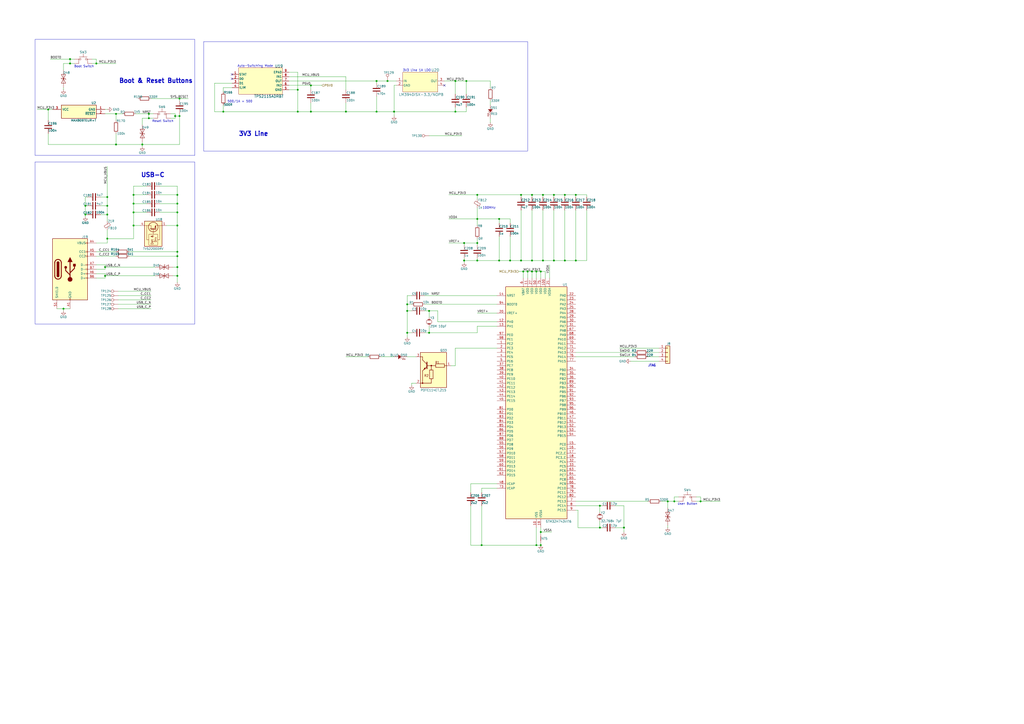
<source format=kicad_sch>
(kicad_sch (version 20250114) (generator "eeschema") (generator_version "9.0")
  (paper "A2")
  (rectangle (start 20.32 93.98) (end 20.32 93.98))
  (rectangle (start 20.32 22.86) (end 113.03 90.17))
  (rectangle (start 20.32 93.98) (end 113.03 187.96))
  (rectangle (start 118.11 24.13) (end 306.07 87.63))
  (text "100MHz" (at 283.718 120.65 0) (effects (font (size 1.27 1.27))))
  (text "Boot & Reset Buttons" (at 90.424 46.99 0) (effects (font (size 2.54 2.54) (thickness 0.508) (bold yes))))
  (text "500/1A = 500" (at 139.192 58.928 0) (effects (font (size 1.27 1.27))))
  (text "Boot Switch" (at 48.768 38.608 0) (effects (font (size 1.27 1.27))))
  (text "USB-C" (at 88.646 101.6 0) (effects (font (size 2.54 2.54) (thickness 0.508) (bold yes))))
  (text "User Button" (at 398.78 292.354 0) (effects (font (size 1.27 1.27))))
  (text "Reset Switch" (at 94.488 70.358 0) (effects (font (size 1.27 1.27))))
  (text "Auto-Switching Mode" (at 148.082 38.354 0) (effects (font (size 1.27 1.27))))
  (text "3V3 Line" (at 147.066 77.724 0) (effects (font (size 2.54 2.54) (thickness 0.508) (bold yes))))
  (text "JTAG" (at 378.206 212.09 0) (effects (font (size 1.27 1.27) (thickness 0.254) (bold yes))))
  (text "3V3 Line 1A LDO" (at 241.808 40.894 0) (effects (font (size 1.27 1.27))))
  (junction (at 86.36 68.58))
  (junction (at 270.51 46.99))
  (junction (at 60.96 160.02))
  (junction (at 302.26 151.13))
  (junction (at 314.96 113.03))
  (junction (at 224.79 46.99))
  (junction (at 313.69 157.48))
  (junction (at 347.98 306.07))
  (junction (at 264.16 64.77))
  (junction (at 321.31 151.13))
  (junction (at 313.69 316.23))
  (junction (at 279.4 316.23))
  (junction (at 361.95 306.07))
  (junction (at 248.92 180.34))
  (junction (at 308.61 157.48))
  (junction (at 276.86 127))
  (junction (at 77.47 130.81))
  (junction (at 102.87 123.19))
  (junction (at 40.64 34.29))
  (junction (at 303.53 157.48))
  (junction (at 306.07 157.48))
  (junction (at 104.14 57.15))
  (junction (at 269.24 140.97))
  (junction (at 228.6 64.77))
  (junction (at 102.87 154.94))
  (junction (at 180.34 49.53))
  (junction (at 200.66 64.77))
  (junction (at 55.88 36.83))
  (junction (at 82.55 83.82))
  (junction (at 334.01 151.13))
  (junction (at 236.22 176.53))
  (junction (at 406.4 290.83))
  (junction (at 236.22 180.34))
  (junction (at 391.16 290.83))
  (junction (at 269.24 151.13))
  (junction (at 314.96 151.13))
  (junction (at 67.31 66.04))
  (junction (at 302.26 113.03))
  (junction (at 172.72 64.77))
  (junction (at 248.92 193.04))
  (junction (at 276.86 113.03))
  (junction (at 313.69 308.61))
  (junction (at 40.64 36.83))
  (junction (at 77.47 123.19))
  (junction (at 264.16 46.99))
  (junction (at 289.56 127))
  (junction (at 49.53 124.46))
  (junction (at 218.44 46.99))
  (junction (at 86.36 66.04))
  (junction (at 62.23 114.3))
  (junction (at 308.61 151.13))
  (junction (at 102.87 130.81))
  (junction (at 334.01 113.03))
  (junction (at 327.66 151.13))
  (junction (at 62.23 138.43))
  (junction (at 276.86 140.97))
  (junction (at 387.35 290.83))
  (junction (at 102.87 146.05))
  (junction (at 218.44 64.77))
  (junction (at 236.22 193.04))
  (junction (at 327.66 113.03))
  (junction (at 101.6 67.31))
  (junction (at 311.15 316.23))
  (junction (at 62.23 119.38))
  (junction (at 102.87 148.59))
  (junction (at 311.15 157.48))
  (junction (at 308.61 113.03))
  (junction (at 347.98 293.37))
  (junction (at 104.14 67.31))
  (junction (at 102.87 160.02))
  (junction (at 180.34 64.77))
  (junction (at 36.83 179.07))
  (junction (at 321.31 113.03))
  (junction (at 295.91 151.13))
  (junction (at 102.87 118.11))
  (junction (at 49.53 119.38))
  (junction (at 62.23 124.46))
  (junction (at 289.56 151.13))
  (junction (at 60.96 154.94))
  (junction (at 67.31 83.82))
  (junction (at 276.86 151.13))
  (junction (at 129.54 64.77))
  (junction (at 77.47 118.11))
  (junction (at 102.87 113.03))
  (junction (at 27.94 63.5))
  (junction (at 172.72 52.07))
  (junction (at 77.47 113.03))
  (no_connect (at 134.62 45.72))
  (no_connect (at 134.62 43.18))
  (no_connect (at 257.81 49.53))
  (wire (pts (xy 74.93 148.59) (xy 102.87 148.59)))
  (wire (pts (xy 403.86 290.83) (xy 406.4 290.83)))
  (wire (pts (xy 391.16 288.29) (xy 393.7 288.29)))
  (wire (pts (xy 218.44 46.99) (xy 224.79 46.99)))
  (wire (pts (xy 276.86 149.86) (xy 276.86 151.13)))
  (wire (pts (xy 308.61 157.48) (xy 308.61 161.29)))
  (wire (pts (xy 260.35 113.03) (xy 276.86 113.03)))
  (wire (pts (xy 167.64 44.45) (xy 200.66 44.45)))
  (wire (pts (xy 228.6 64.77) (xy 228.6 67.31)))
  (wire (pts (xy 167.64 52.07) (xy 172.72 52.07)))
  (wire (pts (xy 102.87 107.95) (xy 102.87 113.03)))
  (wire (pts (xy 101.6 66.04) (xy 101.6 67.31)))
  (wire (pts (xy 314.96 151.13) (xy 321.31 151.13)))
  (wire (pts (xy 267.97 78.74) (xy 248.92 78.74)))
  (wire (pts (xy 87.63 57.15) (xy 104.14 57.15)))
  (wire (pts (xy 74.93 146.05) (xy 102.87 146.05)))
  (wire (pts (xy 62.23 119.38) (xy 62.23 124.46)))
  (wire (pts (xy 62.23 96.52) (xy 62.23 114.3)))
  (wire (pts (xy 302.26 151.13) (xy 308.61 151.13)))
  (wire (pts (xy 102.87 148.59) (xy 102.87 154.94)))
  (wire (pts (xy 55.88 140.97) (xy 62.23 140.97)))
  (wire (pts (xy 36.83 179.07) (xy 40.64 179.07)))
  (wire (pts (xy 236.22 171.45) (xy 238.76 171.45)))
  (wire (pts (xy 334.01 293.37) (xy 347.98 293.37)))
  (wire (pts (xy 361.95 293.37) (xy 361.95 306.07)))
  (wire (pts (xy 361.95 306.07) (xy 361.95 308.61)))
  (wire (pts (xy 295.91 137.16) (xy 295.91 151.13)))
  (wire (pts (xy 60.96 66.04) (xy 67.31 66.04)))
  (wire (pts (xy 104.14 66.04) (xy 104.14 67.31)))
  (wire (pts (xy 403.86 288.29) (xy 406.4 288.29)))
  (wire (pts (xy 129.54 60.96) (xy 129.54 64.77)))
  (wire (pts (xy 36.83 179.07) (xy 36.83 180.34)))
  (wire (pts (xy 101.6 67.31) (xy 101.6 68.58)))
  (wire (pts (xy 302.26 113.03) (xy 308.61 113.03)))
  (wire (pts (xy 100.33 154.94) (xy 102.87 154.94)))
  (wire (pts (xy 311.15 316.23) (xy 313.69 316.23)))
  (wire (pts (xy 55.88 153.67) (xy 60.96 153.67)))
  (wire (pts (xy 228.6 49.53) (xy 229.87 49.53)))
  (wire (pts (xy 21.59 63.5) (xy 27.94 63.5)))
  (wire (pts (xy 276.86 189.23) (xy 288.29 189.23)))
  (wire (pts (xy 172.72 64.77) (xy 180.34 64.77)))
  (wire (pts (xy 36.83 36.83) (xy 36.83 40.64)))
  (wire (pts (xy 92.71 113.03) (xy 102.87 113.03)))
  (wire (pts (xy 36.83 36.83) (xy 40.64 36.83)))
  (wire (pts (xy 49.53 125.73) (xy 49.53 124.46)))
  (wire (pts (xy 260.35 127) (xy 276.86 127)))
  (wire (pts (xy 60.96 153.67) (xy 60.96 154.94)))
  (wire (pts (xy 308.61 113.03) (xy 314.96 113.03)))
  (wire (pts (xy 40.64 34.29) (xy 43.18 34.29)))
  (wire (pts (xy 167.64 49.53) (xy 180.34 49.53)))
  (wire (pts (xy 77.47 118.11) (xy 77.47 123.19)))
  (wire (pts (xy 334.01 151.13) (xy 340.36 151.13)))
  (wire (pts (xy 375.92 204.47) (xy 382.27 204.47)))
  (wire (pts (xy 238.76 180.34) (xy 236.22 180.34)))
  (wire (pts (xy 289.56 127) (xy 289.56 129.54)))
  (wire (pts (xy 102.87 130.81) (xy 102.87 146.05)))
  (wire (pts (xy 124.46 48.26) (xy 124.46 64.77)))
  (wire (pts (xy 124.46 48.26) (xy 134.62 48.26)))
  (wire (pts (xy 313.69 306.07) (xy 313.69 308.61)))
  (wire (pts (xy 335.28 306.07) (xy 347.98 306.07)))
  (wire (pts (xy 347.98 306.07) (xy 349.25 306.07)))
  (wire (pts (xy 68.58 176.53) (xy 87.63 176.53)))
  (wire (pts (xy 104.14 57.15) (xy 109.22 57.15)))
  (wire (pts (xy 356.87 293.37) (xy 361.95 293.37)))
  (wire (pts (xy 58.42 119.38) (xy 62.23 119.38)))
  (wire (pts (xy 318.77 153.67) (xy 318.77 161.29)))
  (wire (pts (xy 248.92 180.34) (xy 248.92 184.15)))
  (wire (pts (xy 302.26 121.92) (xy 302.26 151.13)))
  (wire (pts (xy 102.87 113.03) (xy 102.87 118.11)))
  (wire (pts (xy 246.38 171.45) (xy 288.29 171.45)))
  (wire (pts (xy 82.55 68.58) (xy 86.36 68.58)))
  (wire (pts (xy 321.31 113.03) (xy 327.66 113.03)))
  (wire (pts (xy 68.58 168.91) (xy 87.63 168.91)))
  (wire (pts (xy 218.44 55.88) (xy 218.44 64.77)))
  (wire (pts (xy 29.21 34.29) (xy 40.64 34.29)))
  (wire (pts (xy 387.35 290.83) (xy 391.16 290.83)))
  (wire (pts (xy 200.66 59.69) (xy 200.66 64.77)))
  (wire (pts (xy 62.23 133.35) (xy 62.23 138.43)))
  (wire (pts (xy 308.61 157.48) (xy 311.15 157.48)))
  (wire (pts (xy 365.76 209.55) (xy 382.27 209.55)))
  (wire (pts (xy 68.58 179.07) (xy 87.63 179.07)))
  (wire (pts (xy 238.76 222.25) (xy 241.3 222.25)))
  (wire (pts (xy 359.41 201.93) (xy 382.27 201.93)))
  (wire (pts (xy 302.26 113.03) (xy 302.26 114.3)))
  (wire (pts (xy 33.02 179.07) (xy 36.83 179.07)))
  (wire (pts (xy 269.24 149.86) (xy 269.24 151.13)))
  (wire (pts (xy 62.23 138.43) (xy 62.23 140.97)))
  (wire (pts (xy 276.86 113.03) (xy 276.86 115.57)))
  (wire (pts (xy 316.23 157.48) (xy 316.23 161.29)))
  (wire (pts (xy 60.96 154.94) (xy 60.96 156.21)))
  (wire (pts (xy 102.87 123.19) (xy 102.87 130.81)))
  (wire (pts (xy 218.44 64.77) (xy 228.6 64.77)))
  (wire (pts (xy 387.35 290.83) (xy 387.35 294.64)))
  (wire (pts (xy 96.52 130.81) (xy 102.87 130.81)))
  (wire (pts (xy 311.15 306.07) (xy 311.15 316.23)))
  (wire (pts (xy 300.99 157.48) (xy 303.53 157.48)))
  (wire (pts (xy 327.66 113.03) (xy 327.66 114.3)))
  (wire (pts (xy 102.87 160.02) (xy 102.87 163.83)))
  (wire (pts (xy 284.48 46.99) (xy 284.48 50.8)))
  (wire (pts (xy 82.55 82.55) (xy 82.55 83.82)))
  (wire (pts (xy 334.01 207.01) (xy 368.3 207.01)))
  (wire (pts (xy 60.96 63.5) (xy 62.23 63.5)))
  (wire (pts (xy 86.36 68.58) (xy 88.9 68.58)))
  (wire (pts (xy 58.42 114.3) (xy 62.23 114.3)))
  (wire (pts (xy 289.56 127) (xy 295.91 127)))
  (wire (pts (xy 60.96 158.75) (xy 60.96 160.02)))
  (wire (pts (xy 284.48 68.58) (xy 284.48 71.12)))
  (wire (pts (xy 314.96 113.03) (xy 314.96 114.3)))
  (wire (pts (xy 180.34 49.53) (xy 180.34 52.07)))
  (wire (pts (xy 67.31 66.04) (xy 71.12 66.04)))
  (wire (pts (xy 99.06 68.58) (xy 101.6 68.58)))
  (wire (pts (xy 236.22 180.34) (xy 236.22 193.04)))
  (wire (pts (xy 40.64 34.29) (xy 40.64 36.83)))
  (wire (pts (xy 340.36 121.92) (xy 340.36 151.13)))
  (wire (pts (xy 327.66 151.13) (xy 334.01 151.13)))
  (wire (pts (xy 236.22 176.53) (xy 238.76 176.53)))
  (wire (pts (xy 276.86 127) (xy 276.86 130.81)))
  (wire (pts (xy 356.87 306.07) (xy 361.95 306.07)))
  (wire (pts (xy 284.48 58.42) (xy 284.48 60.96)))
  (wire (pts (xy 308.61 121.92) (xy 308.61 151.13)))
  (wire (pts (xy 104.14 57.15) (xy 104.14 58.42)))
  (wire (pts (xy 58.42 124.46) (xy 62.23 124.46)))
  (wire (pts (xy 172.72 52.07) (xy 172.72 64.77)))
  (wire (pts (xy 295.91 151.13) (xy 302.26 151.13)))
  (wire (pts (xy 246.38 176.53) (xy 288.29 176.53)))
  (wire (pts (xy 228.6 64.77) (xy 264.16 64.77)))
  (wire (pts (xy 248.92 193.04) (xy 246.38 193.04)))
  (wire (pts (xy 40.64 36.83) (xy 43.18 36.83)))
  (wire (pts (xy 62.23 124.46) (xy 62.23 128.27)))
  (wire (pts (xy 391.16 290.83) (xy 393.7 290.83)))
  (wire (pts (xy 321.31 121.92) (xy 321.31 151.13)))
  (wire (pts (xy 102.87 118.11) (xy 102.87 123.19)))
  (wire (pts (xy 129.54 50.8) (xy 129.54 53.34)))
  (wire (pts (xy 254 180.34) (xy 254 186.69)))
  (wire (pts (xy 101.6 67.31) (xy 104.14 67.31)))
  (wire (pts (xy 55.88 161.29) (xy 60.96 161.29)))
  (wire (pts (xy 53.34 34.29) (xy 55.88 34.29)))
  (wire (pts (xy 334.01 204.47) (xy 368.3 204.47)))
  (wire (pts (xy 180.34 49.53) (xy 186.69 49.53)))
  (wire (pts (xy 314.96 113.03) (xy 321.31 113.03)))
  (wire (pts (xy 236.22 207.01) (xy 241.3 207.01)))
  (wire (pts (xy 264.16 62.23) (xy 264.16 64.77)))
  (wire (pts (xy 276.86 113.03) (xy 302.26 113.03)))
  (wire (pts (xy 248.92 189.23) (xy 248.92 193.04)))
  (wire (pts (xy 60.96 160.02) (xy 90.17 160.02)))
  (wire (pts (xy 276.86 151.13) (xy 289.56 151.13)))
  (wire (pts (xy 254 186.69) (xy 288.29 186.69)))
  (wire (pts (xy 92.71 123.19) (xy 102.87 123.19)))
  (wire (pts (xy 67.31 66.04) (xy 67.31 69.85)))
  (wire (pts (xy 27.94 77.47) (xy 27.94 83.82)))
  (wire (pts (xy 276.86 120.65) (xy 276.86 127)))
  (wire (pts (xy 406.4 288.29) (xy 406.4 290.83)))
  (wire (pts (xy 49.53 124.46) (xy 50.8 124.46)))
  (wire (pts (xy 224.79 46.99) (xy 229.87 46.99)))
  (wire (pts (xy 257.81 46.99) (xy 264.16 46.99)))
  (wire (pts (xy 303.53 157.48) (xy 306.07 157.48)))
  (wire (pts (xy 269.24 151.13) (xy 276.86 151.13)))
  (wire (pts (xy 321.31 113.03) (xy 321.31 114.3)))
  (wire (pts (xy 77.47 118.11) (xy 85.09 118.11)))
  (wire (pts (xy 55.88 158.75) (xy 60.96 158.75)))
  (wire (pts (xy 27.94 83.82) (xy 67.31 83.82)))
  (wire (pts (xy 77.47 113.03) (xy 85.09 113.03)))
  (wire (pts (xy 276.86 193.04) (xy 276.86 189.23)))
  (wire (pts (xy 55.88 34.29) (xy 55.88 36.83)))
  (wire (pts (xy 77.47 113.03) (xy 77.47 118.11)))
  (wire (pts (xy 264.16 64.77) (xy 270.51 64.77)))
  (wire (pts (xy 124.46 64.77) (xy 129.54 64.77)))
  (wire (pts (xy 375.92 207.01) (xy 382.27 207.01)))
  (wire (pts (xy 77.47 130.81) (xy 81.28 130.81)))
  (wire (pts (xy 68.58 171.45) (xy 87.63 171.45)))
  (wire (pts (xy 102.87 146.05) (xy 102.87 148.59)))
  (wire (pts (xy 218.44 46.99) (xy 218.44 48.26)))
  (wire (pts (xy 102.87 154.94) (xy 102.87 160.02)))
  (wire (pts (xy 60.96 160.02) (xy 60.96 161.29)))
  (wire (pts (xy 68.58 173.99) (xy 87.63 173.99)))
  (wire (pts (xy 78.74 66.04) (xy 86.36 66.04)))
  (wire (pts (xy 55.88 36.83) (xy 67.31 36.83)))
  (wire (pts (xy 86.36 66.04) (xy 88.9 66.04)))
  (wire (pts (xy 62.23 138.43) (xy 77.47 138.43)))
  (wire (pts (xy 306.07 157.48) (xy 306.07 161.29)))
  (wire (pts (xy 270.51 62.23) (xy 270.51 64.77)))
  (wire (pts (xy 248.92 193.04) (xy 276.86 193.04)))
  (wire (pts (xy 53.34 36.83) (xy 55.88 36.83)))
  (wire (pts (xy 264.16 46.99) (xy 270.51 46.99)))
  (wire (pts (xy 276.86 138.43) (xy 276.86 140.97)))
  (wire (pts (xy 200.66 64.77) (xy 218.44 64.77)))
  (wire (pts (xy 313.69 157.48) (xy 316.23 157.48)))
  (wire (pts (xy 347.98 293.37) (xy 349.25 293.37)))
  (wire (pts (xy 276.86 181.61) (xy 288.29 181.61)))
  (wire (pts (xy 334.01 121.92) (xy 334.01 151.13)))
  (wire (pts (xy 55.88 156.21) (xy 60.96 156.21)))
  (wire (pts (xy 261.62 212.09) (xy 264.16 212.09)))
  (wire (pts (xy 260.35 140.97) (xy 269.24 140.97)))
  (wire (pts (xy 36.83 50.8) (xy 36.83 52.07)))
  (wire (pts (xy 200.66 207.01) (xy 213.36 207.01)))
  (wire (pts (xy 49.53 119.38) (xy 49.53 124.46)))
  (wire (pts (xy 264.16 201.93) (xy 264.16 212.09)))
  (wire (pts (xy 273.05 280.67) (xy 288.29 280.67)))
  (wire (pts (xy 67.31 83.82) (xy 82.55 83.82)))
  (wire (pts (xy 383.54 290.83) (xy 387.35 290.83)))
  (wire (pts (xy 273.05 280.67) (xy 273.05 285.75)))
  (wire (pts (xy 327.66 121.92) (xy 327.66 151.13)))
  (wire (pts (xy 270.51 46.99) (xy 284.48 46.99)))
  (wire (pts (xy 236.22 171.45) (xy 236.22 176.53)))
  (wire (pts (xy 295.91 127) (xy 295.91 129.54)))
  (wire (pts (xy 60.96 154.94) (xy 90.17 154.94)))
  (wire (pts (xy 279.4 283.21) (xy 288.29 283.21)))
  (wire (pts (xy 273.05 316.23) (xy 279.4 316.23)))
  (wire (pts (xy 104.14 67.31) (xy 104.14 83.82)))
  (wire (pts (xy 85.09 107.95) (xy 77.47 107.95)))
  (wire (pts (xy 129.54 64.77) (xy 172.72 64.77)))
  (wire (pts (xy 289.56 137.16) (xy 289.56 151.13)))
  (wire (pts (xy 100.33 160.02) (xy 102.87 160.02)))
  (wire (pts (xy 269.24 151.13) (xy 269.24 152.4)))
  (wire (pts (xy 86.36 66.04) (xy 86.36 68.58)))
  (wire (pts (xy 49.53 119.38) (xy 50.8 119.38)))
  (wire (pts (xy 167.64 46.99) (xy 218.44 46.99)))
  (wire (pts (xy 49.53 114.3) (xy 50.8 114.3)))
  (wire (pts (xy 77.47 123.19) (xy 85.09 123.19)))
  (wire (pts (xy 49.53 114.3) (xy 49.53 119.38)))
  (wire (pts (xy 264.16 46.99) (xy 264.16 54.61)))
  (wire (pts (xy 27.94 63.5) (xy 27.94 69.85)))
  (wire (pts (xy 347.98 293.37) (xy 347.98 297.18)))
  (wire (pts (xy 200.66 44.45) (xy 200.66 52.07)))
  (wire (pts (xy 311.15 157.48) (xy 311.15 161.29)))
  (wire (pts (xy 391.16 288.29) (xy 391.16 290.83)))
  (wire (pts (xy 27.94 63.5) (xy 30.48 63.5)))
  (wire (pts (xy 270.51 46.99) (xy 270.51 54.61)))
  (wire (pts (xy 220.98 207.01) (xy 228.6 207.01)))
  (wire (pts (xy 320.04 308.61) (xy 313.69 308.61)))
  (wire (pts (xy 167.64 41.91) (xy 172.72 41.91)))
  (wire (pts (xy 77.47 123.19) (xy 77.47 130.81)))
  (wire (pts (xy 180.34 59.69) (xy 180.34 64.77)))
  (wire (pts (xy 82.55 85.09) (xy 82.55 83.82)))
  (wire (pts (xy 311.15 157.48) (xy 313.69 157.48)))
  (wire (pts (xy 340.36 113.03) (xy 340.36 114.3)))
  (wire (pts (xy 238.76 222.25) (xy 238.76 223.52)))
  (wire (pts (xy 303.53 157.48) (xy 303.53 161.29)))
  (wire (pts (xy 269.24 140.97) (xy 269.24 142.24)))
  (wire (pts (xy 276.86 127) (xy 289.56 127)))
  (wire (pts (xy 406.4 290.83) (xy 417.83 290.83)))
  (wire (pts (xy 269.24 140.97) (xy 276.86 140.97)))
  (wire (pts (xy 321.31 151.13) (xy 327.66 151.13)))
  (wire (pts (xy 129.54 50.8) (xy 134.62 50.8)))
  (wire (pts (xy 55.88 146.05) (xy 67.31 146.05)))
  (wire (pts (xy 308.61 113.03) (xy 308.61 114.3)))
  (wire (pts (xy 82.55 83.82) (xy 104.14 83.82)))
  (wire (pts (xy 308.61 151.13) (xy 314.96 151.13)))
  (wire (pts (xy 314.96 121.92) (xy 314.96 151.13)))
  (wire (pts (xy 82.55 68.58) (xy 82.55 72.39)))
  (wire (pts (xy 92.71 107.95) (xy 102.87 107.95)))
  (wire (pts (xy 327.66 113.03) (xy 334.01 113.03)))
  (wire (pts (xy 238.76 193.04) (xy 236.22 193.04)))
  (wire (pts (xy 77.47 130.81) (xy 77.47 138.43)))
  (wire (pts (xy 335.28 295.91) (xy 335.28 306.07)))
  (wire (pts (xy 334.01 295.91) (xy 335.28 295.91)))
  (wire (pts (xy 273.05 293.37) (xy 273.05 316.23)))
  (wire (pts (xy 172.72 41.91) (xy 172.72 52.07)))
  (wire (pts (xy 313.69 314.96) (xy 313.69 316.23)))
  (wire (pts (xy 387.35 304.8) (xy 387.35 306.07)))
  (wire (pts (xy 67.31 77.47) (xy 67.31 83.82)))
  (wire (pts (xy 92.71 118.11) (xy 102.87 118.11)))
  (wire (pts (xy 99.06 66.04) (xy 101.6 66.04)))
  (wire (pts (xy 313.69 308.61) (xy 313.69 309.88)))
  (wire (pts (xy 248.92 180.34) (xy 246.38 180.34)))
  (wire (pts (xy 236.22 193.04) (xy 236.22 195.58)))
  (wire (pts (xy 334.01 290.83) (xy 375.92 290.83)))
  (wire (pts (xy 276.86 140.97) (xy 276.86 142.24)))
  (wire (pts (xy 306.07 157.48) (xy 308.61 157.48)))
  (wire (pts (xy 55.88 148.59) (xy 67.31 148.59)))
  (wire (pts (xy 264.16 201.93) (xy 288.29 201.93)))
  (wire (pts (xy 289.56 151.13) (xy 295.91 151.13)))
  (wire (pts (xy 313.69 157.48) (xy 313.69 161.29)))
  (wire (pts (xy 77.47 107.95) (xy 77.47 113.03)))
  (wire (pts (xy 228.6 49.53) (xy 228.6 64.77)))
  (wire (pts (xy 180.34 64.77) (xy 200.66 64.77)))
  (wire (pts (xy 279.4 316.23) (xy 311.15 316.23)))
  (wire (pts (xy 62.23 114.3) (xy 62.23 119.38)))
  (wire (pts (xy 334.01 113.03) (xy 340.36 113.03)))
  (wire (pts (xy 279.4 293.37) (xy 279.4 316.23)))
  (wire (pts (xy 279.4 283.21) (xy 279.4 285.75)))
  (wire (pts (xy 248.92 180.34) (xy 254 180.34)))
  (wire (pts (xy 236.22 176.53) (xy 236.22 180.34)))
  (wire (pts (xy 347.98 302.26) (xy 347.98 306.07)))
  (wire (pts (xy 334.01 113.03) (xy 334.01 114.3)))
  (label "SYS_RESET" (at 109.22 57.15 180))
  (label "MCU_P3V3" (at 359.41 201.93 0))
  (label "SWDIO" (at 359.41 204.47 0))
  (label "MCU_P3V3" (at 260.35 113.03 0))
  (label "MCU_VBUS" (at 175.26 44.45 0))
  (label "MCU_P3V3" (at 417.83 290.83 180))
  (label "USB_C_N" (at 87.63 176.53 180) (effects (font (thickness 0.1588))))
  (label "MCU_VBUS" (at 87.63 168.91 180))
  (label "USB_C_N" (at 69.85 154.94 180) (effects (font (thickness 0.1588))))
  (label "BOOT0" (at 29.21 34.29 0))
  (label "BOOT0" (at 250.19 176.53 0))
  (label "P5V0" (at 175.26 49.53 0))
  (label "MCU_P3V3" (at 67.31 36.83 180))
  (label "MCU_VBUS" (at 62.23 96.52 270))
  (label "VREF+" (at 276.86 181.61 0))
  (label "NRST" (at 250.19 171.45 0))
  (label "C_CC1" (at 87.63 171.45 180))
  (label "MCU_P3V3" (at 259.08 46.99 0))
  (label "USB_C_P" (at 87.63 179.07 180) (effects (font (thickness 0.1588))))
  (label "C_CC2" (at 87.63 173.99 180))
  (label "VREF+" (at 260.35 140.97 0))
  (label "C_CC1" (at 63.5 146.05 180))
  (label "MCU_P3V3" (at 21.59 63.5 0))
  (label "MCU_P3V3" (at 267.97 78.74 180))
  (label "VDDA" (at 260.35 127 0))
  (label "VDDA" (at 318.77 153.67 270))
  (label "SWCLK" (at 359.41 207.01 0))
  (label "MCU_P3V3" (at 200.66 207.01 0))
  (label "NRST" (at 82.55 66.04 0))
  (label "VSSA" (at 320.04 308.61 180))
  (label "MCU_P3V3" (at 303.53 157.48 0))
  (label "C_CC2" (at 63.5 148.59 180))
  (label "USB_C_P" (at 69.85 160.02 180) (effects (font (thickness 0.1588))))
  (hierarchical_label "MCU_P3V3" (shape input) (at 300.99 157.48 180))
  (hierarchical_label "P5V0" (shape input) (at 186.69 49.53 0))
  (symbol (lib_id "Connector:TestPoint") (at 68.58 171.45 90) (unit 1)
    (property "Reference" "TP125" (at 64.516 171.45 90) (effects (justify left)))
    (property "Value" "TestPoint" (effects (hide yes)))
    (property "Description" "test point" (effects (hide yes)))
  )
  (symbol (lib_id "LM3940ISX-3-3-NOPB:LM3940ISX-3.3_NOPB") (at 229.87 46.99 0) (unit 1)
    (property "Reference" "U20" (at 252.476 40.64 0) (effects (font (size 1.524 1.524))))
    (property "Value" "LM3940ISX-3.3/NOPB" (at 244.348 54.864 0) (effects (font (size 1.524 1.524))))
    (property "Datasheet" "https://www.ti.com/lit/gpn/lm3940" (effects (hide yes)))
  )
  (symbol (lib_id "Device:C") (at 270.51 58.42 0) (unit 1)
    (property "Reference" "C191" (at 270.764 56.388 0) (effects (justify left)))
    (property "Value" "100n" (at 270.764 60.706 0) (effects (justify left)))
    (property "Footprint" "Capacitor_SMD:C_1206_3216Metric_Pad1.33x1.80mm_HandSolder" (effects (hide yes)))
    (property "Description" "Unpolarized capacitor" (effects (hide yes)))
    (property "Link" "https://mou.sr/4n9ybmQ" (effects (hide yes)))
    (property "Manufacturer Part Number" "CL31B104KBCNNNC" (effects (hide yes)))
    (property "Price per Unit" "0.11" (effects (hide yes)))
    (property "Supplier" "Mouser" (effects (hide yes)))
    (property "Supplier Part Number" "187-CL31B104KBCNNNC" (effects (hide yes)))
  )
  (symbol (lib_id "Device:C") (at 88.9 107.95 90) (unit 1)
    (property "Reference" "C183" (at 87.63 106.934 90) (effects (justify left)))
    (property "Value" "10n" (at 93.98 106.68 90) (effects (justify left)))
    (property "Footprint" "Capacitor_SMD:C_1206_3216Metric_Pad1.33x1.80mm_HandSolder" (effects (hide yes)))
    (property "Description" "Unpolarized capacitor" (effects (hide yes)))
    (property "Link" "https://mou.sr/3OC0xXF" (effects (hide yes)))
    (property "Manufacturer Part Number" "CL31B103KHFNFNE" (effects (hide yes)))
    (property "Price per Unit" "0.13" (effects (hide yes)))
    (property "Supplier" "Mouser" (effects (hide yes)))
    (property "Supplier Part Number" "187-CL31B103KHFNFNE" (effects (hide yes)))
  )
  (symbol (lib_id "Device:R") (at 129.54 57.15 0) (unit 1)
    (property "Reference" "R166" (at 132.334 53.594 0))
    (property "Value" "500R" (at 132.334 60.706 0))
    (property "Description" "Resistor" (effects (hide yes)))
  )
  (symbol (lib_id "Device:C") (at 273.05 289.56 0) (unit 1)
    (property "Reference" "C206" (at 273.05 287.528 0) (effects (justify left)))
    (property "Value" "2u2" (at 273.05 291.592 0) (effects (justify left)))
    (property "Description" "Unpolarized capacitor" (effects (hide yes)))
  )
  (symbol (lib_id "82306050029:82306050029") (at 76.2 153.67 0) (unit 1)
    (property "Reference" "D45" (at 90.678 153.924 0))
    (property "Value" "82306050029" (effects (hide yes)))
    (property "Footprint" "82306050029:WESURGE_0603134" (effects (hide yes)))
    (property "Datasheet" "https://www.we-online.de/katalog/datasheet/82306050029.pdf" (effects (hide yes)))
    (property "Description" "Wurth Elektronik 82306050029 TVS Diode, 2-Pin SMD" (effects (hide yes)))
    (property "Mouser Part Number" "710-82306050029" (effects (hide yes)))
    (property "Mouser Price/Stock" "https://www.mouser.co.uk/ProductDetail/Wurth-Elektronik/82306050029?qs=Wn16VcyqZWo3XMhX%252BMv49Q%3D%3D" (effects (hide yes)))
    (property "Manufacturer_Name" "Wurth Elektronik" (effects (hide yes)))
    (property "Manufacturer_Part_Number" "82306050029" (effects (hide yes)))
    (property "Link" "https://mou.sr/4nmVvNY" (effects (hide yes)))
    (property "Manufacturer Part Number" "82306050029" (effects (hide yes)))
    (property "Price per Unit" "0.73" (effects (hide yes)))
    (property "Supplier" "Mouser" (effects (hide yes)))
    (property "Supplier Part Number" "710-82306050029" (effects (hide yes)))
  )
  (symbol (lib_id "Connector_Generic:Conn_01x04") (at 387.35 204.47 0) (unit 1)
    (property "Reference" "J8" (at 386.588 199.39 0) (effects (justify left)))
    (property "Value" "Conn_01x04" (effects (hide yes)))
    (property "Description" "Generic connector, single row, 01x04, script generated (kicad-library-utils/schlib/autogen/connector/)" (effects (hide yes)))
  )
  (symbol (lib_id "power:GND") (at 236.22 195.58 0) (mirror y) (unit 1)
    (property "Reference" "#PWR05" (effects (hide yes)))
    (property "Value" "GND" (at 234.188 199.136 0) (effects (justify right)))
    (property "Description" "Power symbol creates a global label with name \"GND\" , ground" (effects (hide yes)))
  )
  (symbol (lib_id "power:GND") (at 387.35 306.07 0) (mirror y) (unit 1)
    (property "Reference" "#PWR089" (effects (hide yes)))
    (property "Value" "GND" (at 385.318 309.626 0) (effects (justify right)))
    (property "Description" "Power symbol creates a global label with name \"GND\" , ground" (effects (hide yes)))
  )
  (symbol (lib_id "Device:C") (at 27.94 73.66 0) (unit 1)
    (property "Reference" "C196" (at 27.94 71.628 0) (effects (justify left)))
    (property "Value" "100n" (at 27.94 75.692 0) (effects (justify left)))
    (property "Description" "Unpolarized capacitor" (effects (hide yes)))
  )
  (symbol (lib_id "82306050029:82306050029") (at 83.82 58.42 270) (unit 1)
    (property "Reference" "D49" (at 84.328 73.914 90))
    (property "Value" "82306050029" (effects (hide yes)))
    (property "Footprint" "82306050029:WESURGE_0603134" (effects (hide yes)))
    (property "Datasheet" "https://www.we-online.de/katalog/datasheet/82306050029.pdf" (effects (hide yes)))
    (property "Description" "Wurth Elektronik 82306050029 TVS Diode, 2-Pin SMD" (effects (hide yes)))
    (property "Mouser Part Number" "710-82306050029" (effects (hide yes)))
    (property "Mouser Price/Stock" "https://www.mouser.co.uk/ProductDetail/Wurth-Elektronik/82306050029?qs=Wn16VcyqZWo3XMhX%252BMv49Q%3D%3D" (effects (hide yes)))
    (property "Manufacturer_Name" "Wurth Elektronik" (effects (hide yes)))
    (property "Manufacturer_Part_Number" "82306050029" (effects (hide yes)))
    (property "Link" "https://mou.sr/4nmVvNY" (effects (hide yes)))
    (property "Manufacturer Part Number" "82306050029" (effects (hide yes)))
    (property "Price per Unit" "0.73" (effects (hide yes)))
    (property "Supplier" "Mouser" (effects (hide yes)))
    (property "Supplier Part Number" "710-82306050029" (effects (hide yes)))
  )
  (symbol (lib_id "Device:C") (at 264.16 58.42 0) (unit 1)
    (property "Reference" "C190" (at 264.414 56.388 0) (effects (justify left)))
    (property "Value" "4u7" (at 264.414 60.706 0) (effects (justify left)))
    (property "Footprint" "Capacitor_SMD:C_1206_3216Metric_Pad1.33x1.80mm_HandSolder" (effects (hide yes)))
    (property "Description" "Unpolarized capacitor" (effects (hide yes)))
    (property "Link" "https://mou.sr/45jYGQI" (effects (hide yes)))
    (property "Manufacturer Part Number" "CL31B475KBHNFNE" (effects (hide yes)))
    (property "Price per Unit" "0.27" (effects (hide yes)))
    (property "Supplier" "Mouser" (effects (hide yes)))
    (property "Supplier Part Number" "187-CL31B475KBHNFNE" (effects (hide yes)))
  )
  (symbol (lib_id "Connector:TestPoint") (at 248.92 78.74 90) (mirror x) (unit 1)
    (property "Reference" "TP130" (at 244.856 78.74 90) (effects (justify left)))
    (property "Value" "TestPoint" (effects (hide yes)))
    (property "Description" "test point" (effects (hide yes)))
  )
  (symbol (lib_id "Switch:SW_MEC_5E") (at 93.98 68.58 0) (unit 1)
    (property "Reference" "SW6" (at 93.98 61.976 0))
    (property "Value" "SW_MEC_5E" (effects (hide yes)))
    (property "Footprint" "T6VJ11GQR:T6VJ11GQR" (effects (hide yes)))
    (property "Datasheet" "http://www.apem.com/int/index.php?controller=attachment&id_attachment=1371" (effects (hide yes)))
    (property "Description" "MEC 5E single pole normally-open tactile switch" (effects (hide yes)))
    (property "Link" "https://mou.sr/4mb8j9s" (effects (hide yes)))
    (property "Manufacturer Part Number" "T6VJ11GQR" (effects (hide yes)))
    (property "Price per Unit" "0.69" (effects (hide yes)))
    (property "Supplier" "Mouser" (effects (hide yes)))
    (property "Supplier Part Number" "113-T6VJ11GQR" (effects (hide yes)))
  )
  (symbol (lib_id "PDTC114ET,215:PDTC114ET,215") (at 261.62 212.09 0) (mirror y) (unit 1)
    (property "Reference" "Q33" (at 257.302 203.2 0))
    (property "Value" "PDTC114ET,215" (at 251.46 226.314 0))
    (property "Footprint" "PDTC114ET,215:SOT95P230X110-3N" (effects (hide yes)))
    (property "Datasheet" "https://assets.nexperia.com/documents/data-sheet/PDTC114E_SER.pdf" (effects (hide yes)))
    (property "Description" "PDTC114E series - NPN resistor-equipped transistors; R1 = 10 kOhm, R2 = 10 kOhm" (effects (hide yes)))
    (property "Height" "1.1" (effects (hide yes)))
    (property "Mouser Part Number" "771-PDTC114ETT/R" (effects (hide yes)))
    (property "Mouser Price/Stock" "https://www.mouser.co.uk/ProductDetail/Nexperia/PDTC114ET215?qs=LOCUfHb8d9sz3EyBaiPkbg%3D%3D" (effects (hide yes)))
    (property "Manufacturer_Name" "Nexperia" (effects (hide yes)))
    (property "Manufacturer_Part_Number" "PDTC114ET,215" (effects (hide yes)))
  )
  (symbol (lib_id "Device:Crystal_Small") (at 248.92 186.69 90) (unit 1)
    (property "Reference" "Y3" (at 249.428 184.404 90) (effects (justify right)))
    (property "Value" "25M 10pF" (at 249.428 189.23 90) (effects (justify right)))
    (property "Description" "Two pin crystal, small symbol" (effects (hide yes)))
  )
  (symbol (lib_id "Device:FerriteBead_Small") (at 62.23 130.81 0) (mirror x) (unit 1)
    (property "Reference" "FB10" (at 62.738 132.334 0) (effects (justify left)))
    (property "Value" "21R" (at 62.484 128.27 0) (effects (justify left)))
    (property "Description" "Ferrite bead, small symbol" (effects (hide yes)))
  )
  (symbol (lib_id "Device:C") (at 88.9 123.19 90) (unit 1)
    (property "Reference" "C186" (at 87.63 122.174 90) (effects (justify left)))
    (property "Value" "10n" (at 93.98 121.92 90) (effects (justify left)))
    (property "Footprint" "Capacitor_SMD:C_1206_3216Metric_Pad1.33x1.80mm_HandSolder" (effects (hide yes)))
    (property "Description" "Unpolarized capacitor" (effects (hide yes)))
    (property "Link" "https://mou.sr/3OC0xXF" (effects (hide yes)))
    (property "Manufacturer Part Number" "CL31B103KHFNFNE" (effects (hide yes)))
    (property "Price per Unit" "0.13" (effects (hide yes)))
    (property "Supplier" "Mouser" (effects (hide yes)))
    (property "Supplier Part Number" "187-CL31B103KHFNFNE" (effects (hide yes)))
  )
  (symbol (lib_id "Connector:TestPoint") (at 68.58 179.07 90) (unit 1)
    (property "Reference" "TP128" (at 64.516 179.07 90) (effects (justify left)))
    (property "Value" "TestPoint" (effects (hide yes)))
    (property "Description" "test point" (effects (hide yes)))
  )
  (symbol (lib_id "Device:R") (at 83.82 57.15 90) (unit 1)
    (property "Reference" "R159" (at 80.01 56.134 90))
    (property "Value" "330R" (at 88.9 56.134 90))
    (property "Description" "Resistor" (effects (hide yes)))
  )
  (symbol (lib_id "power:GND") (at 36.83 180.34 0) (unit 1)
    (property "Reference" "#PWR077" (effects (hide yes)))
    (property "Value" "GND" (at 38.862 183.896 0) (effects (justify right)))
    (property "Description" "Power symbol creates a global label with name \"GND\" , ground" (effects (hide yes)))
  )
  (symbol (lib_id "Device:C") (at 180.34 55.88 0) (unit 1)
    (property "Reference" "C187" (at 180.594 53.848 0) (effects (justify left)))
    (property "Value" "100n" (at 180.594 58.166 0) (effects (justify left)))
    (property "Footprint" "Capacitor_SMD:C_1206_3216Metric_Pad1.33x1.80mm_HandSolder" (effects (hide yes)))
    (property "Description" "Unpolarized capacitor" (effects (hide yes)))
    (property "Link" "https://mou.sr/4n9ybmQ" (effects (hide yes)))
    (property "Manufacturer Part Number" "CL31B104KBCNNNC" (effects (hide yes)))
    (property "Price per Unit" "0.11" (effects (hide yes)))
    (property "Supplier" "Mouser" (effects (hide yes)))
    (property "Supplier Part Number" "187-CL31B104KBCNNNC" (effects (hide yes)))
  )
  (symbol (lib_id "Device:C") (at 321.31 118.11 0) (unit 1)
    (property "Reference" "C215" (at 321.31 116.078 0) (effects (justify left)))
    (property "Value" "100n" (at 321.31 120.142 0) (effects (justify left)))
    (property "Description" "Unpolarized capacitor" (effects (hide yes)))
  )
  (symbol (lib_id "Device:C") (at 54.61 114.3 90) (unit 1)
    (property "Reference" "C180" (at 53.34 113.284 90) (effects (justify left)))
    (property "Value" "4u7" (at 59.69 113.03 90) (effects (justify left)))
    (property "Footprint" "Capacitor_SMD:C_1206_3216Metric_Pad1.33x1.80mm_HandSolder" (effects (hide yes)))
    (property "Description" "Unpolarized capacitor" (effects (hide yes)))
    (property "Link" "https://mou.sr/45jYGQI" (effects (hide yes)))
    (property "Manufacturer Part Number" "CL31B475KBHNFNE" (effects (hide yes)))
    (property "Price per Unit" "0.27" (effects (hide yes)))
    (property "Supplier" "Mouser" (effects (hide yes)))
    (property "Supplier Part Number" "187-CL31B475KBHNFNE" (effects (hide yes)))
  )
  (symbol (lib_id "Device:C") (at 353.06 293.37 90) (unit 1)
    (property "Reference" "C1" (at 350.774 292.354 90))
    (property "Value" "12p" (at 356.108 292.1 90))
    (property "Description" "Unpolarized capacitor" (effects (hide yes)))
  )
  (symbol (lib_id "Device:C") (at 295.91 133.35 0) (unit 1)
    (property "Reference" "C211" (at 295.91 131.318 0) (effects (justify left)))
    (property "Value" "100n" (at 295.91 135.382 0) (effects (justify left)))
    (property "Description" "Unpolarized capacitor" (effects (hide yes)))
  )
  (symbol (lib_id "Connector:TestPoint") (at 68.58 168.91 90) (unit 1)
    (property "Reference" "TP124" (at 64.516 168.91 90) (effects (justify left)))
    (property "Value" "TestPoint" (effects (hide yes)))
    (property "Description" "test point" (effects (hide yes)))
  )
  (symbol (lib_id "Switch:SW_MEC_5E") (at 398.78 290.83 0) (unit 1)
    (property "Reference" "SW4" (at 398.78 284.226 0))
    (property "Value" "SW_MEC_5E" (effects (hide yes)))
    (property "Footprint" "T6VJ11GQR:T6VJ11GQR" (effects (hide yes)))
    (property "Datasheet" "http://www.apem.com/int/index.php?controller=attachment&id_attachment=1371" (effects (hide yes)))
    (property "Description" "MEC 5E single pole normally-open tactile switch" (effects (hide yes)))
    (property "Link" "https://mou.sr/4mb8j9s" (effects (hide yes)))
    (property "Manufacturer Part Number" "T6VJ11GQR" (effects (hide yes)))
    (property "Price per Unit" "0.69" (effects (hide yes)))
    (property "Supplier" "Mouser" (effects (hide yes)))
    (property "Supplier Part Number" "113-T6VJ11GQR" (effects (hide yes)))
  )
  (symbol (lib_id "Device:C") (at 308.61 118.11 0) (unit 1)
    (property "Reference" "C213" (at 308.61 116.078 0) (effects (justify left)))
    (property "Value" "100n" (at 308.61 120.142 0) (effects (justify left)))
    (property "Description" "Unpolarized capacitor" (effects (hide yes)))
  )
  (symbol (lib_id "TPS2115ADRBT:TPS2115ADRBT") (at 130.81 41.91 0) (unit 1)
    (property "Reference" "U19" (at 161.798 38.354 0) (effects (font (size 1.524 1.524))))
    (property "Value" "TPS2115ADRBT" (at 155.956 55.88 0) (effects (font (size 1.524 1.524))))
    (property "Datasheet" "https://www.ti.com/lit/gpn/tps2115a" (effects (hide yes)))
  )
  (symbol (lib_id "Device:C") (at 104.14 62.23 0) (unit 1)
    (property "Reference" "C195" (at 104.14 60.198 0) (effects (justify left)))
    (property "Value" "100n" (at 104.14 64.262 0) (effects (justify left)))
    (property "Description" "Unpolarized capacitor" (effects (hide yes)))
  )
  (symbol (lib_id "power:GND") (at 269.24 152.4 0) (unit 1)
    (property "Reference" "#PWR092" (effects (hide yes)))
    (property "Value" "GND" (at 271.272 155.956 0) (effects (justify right)))
    (property "Description" "Power symbol creates a global label with name \"GND\" , ground" (effects (hide yes)))
  )
  (symbol (lib_id "Device:C") (at 88.9 118.11 90) (unit 1)
    (property "Reference" "C185" (at 87.63 117.094 90) (effects (justify left)))
    (property "Value" "10n" (at 93.98 116.84 90) (effects (justify left)))
    (property "Footprint" "Capacitor_SMD:C_1206_3216Metric_Pad1.33x1.80mm_HandSolder" (effects (hide yes)))
    (property "Description" "Unpolarized capacitor" (effects (hide yes)))
    (property "Link" "https://mou.sr/3OC0xXF" (effects (hide yes)))
    (property "Manufacturer Part Number" "CL31B103KHFNFNE" (effects (hide yes)))
    (property "Price per Unit" "0.13" (effects (hide yes)))
    (property "Supplier" "Mouser" (effects (hide yes)))
    (property "Supplier Part Number" "187-CL31B103KHFNFNE" (effects (hide yes)))
  )
  (symbol (lib_id "82306050029:82306050029") (at 388.62 280.67 270) (unit 1)
    (property "Reference" "D47" (at 389.128 296.164 90))
    (property "Value" "82306050029" (effects (hide yes)))
    (property "Footprint" "82306050029:WESURGE_0603134" (effects (hide yes)))
    (property "Datasheet" "https://www.we-online.de/katalog/datasheet/82306050029.pdf" (effects (hide yes)))
    (property "Description" "Wurth Elektronik 82306050029 TVS Diode, 2-Pin SMD" (effects (hide yes)))
    (property "Mouser Part Number" "710-82306050029" (effects (hide yes)))
    (property "Mouser Price/Stock" "https://www.mouser.co.uk/ProductDetail/Wurth-Elektronik/82306050029?qs=Wn16VcyqZWo3XMhX%252BMv49Q%3D%3D" (effects (hide yes)))
    (property "Manufacturer_Name" "Wurth Elektronik" (effects (hide yes)))
    (property "Manufacturer_Part_Number" "82306050029" (effects (hide yes)))
    (property "Link" "https://mou.sr/4nmVvNY" (effects (hide yes)))
    (property "Manufacturer Part Number" "82306050029" (effects (hide yes)))
    (property "Price per Unit" "0.73" (effects (hide yes)))
    (property "Supplier" "Mouser" (effects (hide yes)))
    (property "Supplier Part Number" "710-82306050029" (effects (hide yes)))
  )
  (symbol (lib_id "MCU_ST_STM32H7:STM32H743VITx") (at 311.15 234.95 0) (unit 1)
    (property "Reference" "U1" (at 326.39 165.1 0) (effects (justify left)))
    (property "Value" "STM32H743VIT6" (at 316.484 302.514 0) (effects (justify left)))
    (property "Footprint" "Package_QFP:LQFP-100_14x14mm_P0.5mm" (effects (hide yes)))
    (property "Datasheet" "https://www.st.com/resource/en/datasheet/stm32h743vi.pdf" (effects (hide yes)))
    (property "Description" "STMicroelectronics Arm Cortex-M7 MCU, 2048KB flash, 1024KB RAM, 480 MHz, 1.71-3.6V, 82 GPIO, LQFP100" (effects (hide yes)))
  )
  (symbol (lib_id "Device:C") (at 242.57 180.34 90) (unit 1)
    (property "Reference" "C3" (at 240.284 179.324 90))
    (property "Value" "10p" (at 245.618 179.07 90))
    (property "Description" "Unpolarized capacitor" (effects (hide yes)))
  )
  (symbol (lib_id "Device:C") (at 269.24 146.05 0) (unit 1)
    (property "Reference" "C208" (at 269.24 144.018 0) (effects (justify left)))
    (property "Value" "1u" (at 269.24 148.082 0) (effects (justify left)))
    (property "Description" "Unpolarized capacitor" (effects (hide yes)))
  )
  (symbol (lib_id "Connector:TestPoint") (at 68.58 173.99 90) (unit 1)
    (property "Reference" "TP126" (at 64.516 173.99 90) (effects (justify left)))
    (property "Value" "TestPoint" (effects (hide yes)))
    (property "Description" "test point" (effects (hide yes)))
  )
  (symbol (lib_id "PCM_SL_Devices:LED") (at 284.48 64.77 90) (mirror x) (unit 1)
    (property "Reference" "D51" (at 288.544 62.484 90) (effects (justify left)))
    (property "Value" "RED" (at 288.544 66.04 90) (effects (justify left)))
    (property "Footprint" "ASMM-CR03-BU802:LEDM3528X210N" (effects (hide yes)))
    (property "Description" "Common 5mm diameter LED" (effects (hide yes)))
    (property "Link" "https://mou.sr/460BFB7" (effects (hide yes)))
    (property "Manufacturer Part Number" "ASMM-CR03-BU802" (effects (hide yes)))
    (property "Price per Unit" "0.32" (effects (hide yes)))
    (property "Supplier" "Mouser" (effects (hide yes)))
    (property "Supplier Part Number" " 630-ASMM-CR03-BU802" (effects (hide yes)))
  )
  (symbol (lib_id "Device:C") (at 340.36 118.11 0) (unit 1)
    (property "Reference" "C218" (at 340.36 116.078 0) (effects (justify left)))
    (property "Value" "100n" (at 340.36 120.142 0) (effects (justify left)))
    (property "Description" "Unpolarized capacitor" (effects (hide yes)))
  )
  (symbol (lib_id "Device:R") (at 372.11 204.47 90) (unit 1)
    (property "Reference" "R3" (at 367.792 203.454 90))
    (property "Value" "22R" (at 376.936 203.454 90))
    (property "Description" "Resistor" (effects (hide yes)))
  )
  (symbol (lib_id "Device:R") (at 276.86 134.62 0) (unit 1)
    (property "Reference" "R8" (at 277.114 131.064 0) (effects (justify left)))
    (property "Value" "0R" (at 277.368 138.43 0) (effects (justify left)))
    (property "Description" "Resistor" (effects (hide yes)))
  )
  (symbol (lib_id "Device:C") (at 242.57 171.45 90) (unit 1)
    (property "Reference" "C5" (at 240.284 170.434 90))
    (property "Value" "100n" (at 246.38 170.434 90))
    (property "Description" "Unpolarized capacitor" (effects (hide yes)))
  )
  (symbol (lib_id "82306050029:82306050029") (at 76.2 158.75 0) (unit 1)
    (property "Reference" "D46" (at 90.678 159.004 0))
    (property "Value" "82306050029" (effects (hide yes)))
    (property "Footprint" "82306050029:WESURGE_0603134" (effects (hide yes)))
    (property "Datasheet" "https://www.we-online.de/katalog/datasheet/82306050029.pdf" (effects (hide yes)))
    (property "Description" "Wurth Elektronik 82306050029 TVS Diode, 2-Pin SMD" (effects (hide yes)))
    (property "Mouser Part Number" "710-82306050029" (effects (hide yes)))
    (property "Mouser Price/Stock" "https://www.mouser.co.uk/ProductDetail/Wurth-Elektronik/82306050029?qs=Wn16VcyqZWo3XMhX%252BMv49Q%3D%3D" (effects (hide yes)))
    (property "Manufacturer_Name" "Wurth Elektronik" (effects (hide yes)))
    (property "Manufacturer_Part_Number" "82306050029" (effects (hide yes)))
    (property "Link" "https://mou.sr/4nmVvNY" (effects (hide yes)))
    (property "Manufacturer Part Number" "82306050029" (effects (hide yes)))
    (property "Price per Unit" "0.73" (effects (hide yes)))
    (property "Supplier" "Mouser" (effects (hide yes)))
    (property "Supplier Part Number" "710-82306050029" (effects (hide yes)))
  )
  (symbol (lib_id "PCM_SL_Devices:LED") (at 232.41 207.01 0) (mirror x) (unit 1)
    (property "Reference" "D50" (at 232.41 205.994 0) (effects (justify left)))
    (property "Value" "BLUE" (at 226.314 205.994 0) (effects (justify left)))
    (property "Footprint" "ASMM-CR03-BU802:LEDM3528X210N" (effects (hide yes)))
    (property "Description" "Common 5mm diameter LED" (effects (hide yes)))
    (property "Link" "https://mou.sr/3IfyAVX" (effects (hide yes)))
    (property "Manufacturer Part Number" "ASMT-UBB5-NS8Q2" (effects (hide yes)))
    (property "Price per Unit" "0.84" (effects (hide yes)))
    (property "Supplier" "Mouser" (effects (hide yes)))
    (property "Supplier Part Number" "630-ASMT-UBB5-NS8Q2" (effects (hide yes)))
  )
  (symbol (lib_id "Device:R") (at 284.48 54.61 0) (unit 1)
    (property "Reference" "R7" (at 286.258 51.054 0))
    (property "Value" "330R" (at 287.274 58.42 0))
    (property "Description" "Resistor" (effects (hide yes)))
  )
  (symbol (lib_id "Device:NetTie_2") (at 313.69 312.42 90) (unit 1) (in_bom no)
    (property "Reference" "NT5" (at 313.944 312.42 90) (effects (justify right)))
    (property "Value" "NetTie_2" (effects (hide yes)))
    (property "Description" "Net tie, 2 pins" (effects (hide yes)))
  )
  (symbol (lib_id "Device:Crystal_Small") (at 347.98 299.72 90) (unit 1)
    (property "Reference" "Y2" (at 348.488 297.434 90) (effects (justify right)))
    (property "Value" "32.768k 7pF" (at 348.488 302.26 90) (effects (justify right)))
    (property "Description" "Two pin crystal, small symbol" (effects (hide yes)))
  )
  (symbol (lib_id "Device:C") (at 54.61 124.46 90) (unit 1)
    (property "Reference" "C182" (at 53.34 123.444 90) (effects (justify left)))
    (property "Value" "100n" (at 60.706 123.19 90) (effects (justify left)))
    (property "Footprint" "Capacitor_SMD:C_1206_3216Metric_Pad1.33x1.80mm_HandSolder" (effects (hide yes)))
    (property "Description" "Unpolarized capacitor" (effects (hide yes)))
    (property "Link" "https://mou.sr/4n9ybmQ" (effects (hide yes)))
    (property "Manufacturer Part Number" "CL31B104KBCNNNC" (effects (hide yes)))
    (property "Price per Unit" "0.11" (effects (hide yes)))
    (property "Supplier" "Mouser" (effects (hide yes)))
    (property "Supplier Part Number" "187-CL31B104KBCNNNC" (effects (hide yes)))
  )
  (symbol (lib_id "Device:C") (at 334.01 118.11 0) (unit 1)
    (property "Reference" "C217" (at 334.01 116.078 0) (effects (justify left)))
    (property "Value" "100n" (at 334.01 120.142 0) (effects (justify left)))
    (property "Description" "Unpolarized capacitor" (effects (hide yes)))
  )
  (symbol (lib_id "Device:C") (at 302.26 118.11 0) (unit 1)
    (property "Reference" "C212" (at 302.26 116.078 0) (effects (justify left)))
    (property "Value" "4u7" (at 302.26 120.142 0) (effects (justify left)))
    (property "Description" "Unpolarized capacitor" (effects (hide yes)))
  )
  (symbol (lib_id "Device:C") (at 314.96 118.11 0) (unit 1)
    (property "Reference" "C214" (at 314.96 116.078 0) (effects (justify left)))
    (property "Value" "100n" (at 314.96 120.142 0) (effects (justify left)))
    (property "Description" "Unpolarized capacitor" (effects (hide yes)))
  )
  (symbol (lib_id "Device:R") (at 379.73 290.83 90) (unit 1)
    (property "Reference" "R5" (at 375.412 289.814 90))
    (property "Value" "330R" (at 385.064 289.814 90))
    (property "Description" "Resistor" (effects (hide yes)))
  )
  (symbol (lib_id "power:GND") (at 238.76 223.52 0) (mirror y) (unit 1)
    (property "Reference" "#PWR090" (effects (hide yes)))
    (property "Value" "GND" (at 236.728 227.076 0) (effects (justify right)))
    (property "Description" "Power symbol creates a global label with name \"GND\" , ground" (effects (hide yes)))
  )
  (symbol (lib_id "Power_Protection:TVS2200DRV") (at 88.9 130.81 90) (unit 1)
    (property "Reference" "U18" (at 92.202 127.254 90))
    (property "Value" "TVS2200DRV" (at 88.9 144.272 90))
    (property "Datasheet" "http://www.ti.com/lit/ds/symlink/tvs2200.pdf" (effects (hide yes)))
    (property "Description" "Flat-Clamp Surge Protection Device. 22Vrwm, WSON-6" (effects (hide yes)))
  )
  (symbol (lib_id "Device:R") (at 74.93 66.04 90) (unit 1)
    (property "Reference" "R2" (at 71.12 65.024 90))
    (property "Value" "1k5" (at 79.502 64.77 90))
    (property "Description" "Resistor" (effects (hide yes)))
  )
  (symbol (lib_id "Device:R") (at 242.57 176.53 90) (unit 1)
    (property "Reference" "R1" (at 238.76 175.514 90))
    (property "Value" "10k" (at 247.142 175.26 90))
    (property "Description" "Resistor" (effects (hide yes)))
  )
  (symbol (lib_id "Switch:SW_MEC_5E") (at 48.26 36.83 0) (unit 1)
    (property "Reference" "SW3" (at 48.26 30.226 0))
    (property "Value" "SW_MEC_5E" (effects (hide yes)))
    (property "Footprint" "T6VJ11GQR:T6VJ11GQR" (effects (hide yes)))
    (property "Datasheet" "http://www.apem.com/int/index.php?controller=attachment&id_attachment=1371" (effects (hide yes)))
    (property "Description" "MEC 5E single pole normally-open tactile switch" (effects (hide yes)))
    (property "Link" "https://mou.sr/4mb8j9s" (effects (hide yes)))
    (property "Manufacturer Part Number" "T6VJ11GQR" (effects (hide yes)))
    (property "Price per Unit" "0.69" (effects (hide yes)))
    (property "Supplier" "Mouser" (effects (hide yes)))
    (property "Supplier Part Number" "113-T6VJ11GQR" (effects (hide yes)))
  )
  (symbol (lib_id "Device:C") (at 279.4 289.56 0) (unit 1)
    (property "Reference" "C207" (at 279.4 287.528 0) (effects (justify left)))
    (property "Value" "2u2" (at 279.4 291.592 0) (effects (justify left)))
    (property "Description" "Unpolarized capacitor" (effects (hide yes)))
  )
  (symbol (lib_id "Connector:TestPoint") (at 68.58 176.53 90) (unit 1)
    (property "Reference" "TP127" (at 64.516 176.53 90) (effects (justify left)))
    (property "Value" "TestPoint" (effects (hide yes)))
    (property "Description" "test point" (effects (hide yes)))
  )
  (symbol (lib_id "power:GND") (at 365.76 209.55 270) (unit 1)
    (property "Reference" "#PWR08" (effects (hide yes)))
    (property "Value" "GND" (at 363.22 209.55 90) (effects (justify right)))
    (property "Description" "Power symbol creates a global label with name \"GND\" , ground" (effects (hide yes)))
  )
  (symbol (lib_id "Device:C") (at 218.44 52.07 0) (unit 1)
    (property "Reference" "C189" (at 218.694 50.038 0) (effects (justify left)))
    (property "Value" "470n" (at 218.694 54.356 0) (effects (justify left)))
    (property "Footprint" "Capacitor_SMD:C_0805_2012Metric_Pad1.18x1.45mm_HandSolder" (effects (hide yes)))
    (property "Description" "Unpolarized capacitor" (effects (hide yes)))
    (property "Link" "https://mou.sr/47ZiytM" (effects (hide yes)))
    (property "Manufacturer Part Number" "CL21B474KBFNNNG" (effects (hide yes)))
    (property "Price per Unit" "0.10" (effects (hide yes)))
    (property "Supplier" "Mouser" (effects (hide yes)))
    (property "Supplier Part Number" "187-CL21B474KBFNNNG" (effects (hide yes)))
  )
  (symbol (lib_id "Device:R") (at 372.11 207.01 90) (unit 1)
    (property "Reference" "R4" (at 367.792 205.994 90))
    (property "Value" "22R" (at 376.936 205.994 90))
    (property "Description" "Resistor" (effects (hide yes)))
  )
  (symbol (lib_id "Connector:USB_C_Receptacle_USB2.0_14P") (at 40.64 156.21 0) (unit 1)
    (property "Reference" "J19" (at 49.276 137.414 0))
    (property "Value" "USB_C_Receptacle_USB2.0_14P" (effects (hide yes)))
    (property "Datasheet" "https://www.usb.org/sites/default/files/documents/usb_type-c.zip" (effects (hide yes)))
    (property "Description" "USB 2.0-only 14P Type-C Receptacle connector" (effects (hide yes)))
  )
  (symbol (lib_id "Device:C") (at 289.56 133.35 0) (unit 1)
    (property "Reference" "C210" (at 289.56 131.318 0) (effects (justify left)))
    (property "Value" "1u" (at 289.56 135.382 0) (effects (justify left)))
    (property "Description" "Unpolarized capacitor" (effects (hide yes)))
  )
  (symbol (lib_id "Device:C") (at 327.66 118.11 0) (unit 1)
    (property "Reference" "C216" (at 327.66 116.078 0) (effects (justify left)))
    (property "Value" "100n" (at 327.66 120.142 0) (effects (justify left)))
    (property "Description" "Unpolarized capacitor" (effects (hide yes)))
  )
  (symbol (lib_id "Device:C") (at 353.06 306.07 90) (unit 1)
    (property "Reference" "C2" (at 350.774 305.054 90))
    (property "Value" "12p" (at 356.108 304.8 90))
    (property "Description" "Unpolarized capacitor" (effects (hide yes)))
  )
  (symbol (lib_id "Device:C") (at 88.9 113.03 90) (unit 1)
    (property "Reference" "C184" (at 87.63 112.014 90) (effects (justify left)))
    (property "Value" "10n" (at 93.98 111.76 90) (effects (justify left)))
    (property "Footprint" "Capacitor_SMD:C_1206_3216Metric_Pad1.33x1.80mm_HandSolder" (effects (hide yes)))
    (property "Description" "Unpolarized capacitor" (effects (hide yes)))
    (property "Link" "https://mou.sr/3OC0xXF" (effects (hide yes)))
    (property "Manufacturer Part Number" "CL31B103KHFNFNE" (effects (hide yes)))
    (property "Price per Unit" "0.13" (effects (hide yes)))
    (property "Supplier" "Mouser" (effects (hide yes)))
    (property "Supplier Part Number" "187-CL31B103KHFNFNE" (effects (hide yes)))
  )
  (symbol (lib_id "Connector:TestPoint") (at 224.79 46.99 0) (unit 1)
    (property "Reference" "TP129" (at 222.504 42.164 0) (effects (justify left)))
    (property "Value" "TestPoint" (effects (hide yes)))
    (property "Description" "test point" (effects (hide yes)))
  )
  (symbol (lib_id "Device:R") (at 217.17 207.01 90) (unit 1)
    (property "Reference" "R6" (at 213.106 205.994 90))
    (property "Value" "1k5" (at 221.488 205.994 90))
    (property "Description" "Resistor" (effects (hide yes)))
  )
  (symbol (lib_id "power:GND") (at 361.95 308.61 0) (unit 1)
    (property "Reference" "#PWR04" (effects (hide yes)))
    (property "Value" "GND" (at 363.982 312.166 0) (effects (justify right)))
    (property "Description" "Power symbol creates a global label with name \"GND\" , ground" (effects (hide yes)))
  )
  (symbol (lib_id "MAX809TEUR+T:MAX809TEUR+T") (at 60.96 63.5 0) (mirror y) (unit 1)
    (property "Reference" "U2" (at 54.356 59.69 0))
    (property "Value" "MAX809TEUR+T" (at 48.514 69.85 0))
    (property "Footprint" "MAX809TEUR+T:SOT95P237X112-3N" (effects (hide yes)))
    (property "Datasheet" "http://componentsearchengine.com/Datasheets/1/MAX809TEUR+T.pdf" (effects (hide yes)))
    (property "Description" "Maxim MAX809TEUR+T, Voltage Supervisor 2.92  3.23 V, 3-Pin SOT-23" (effects (hide yes)))
    (property "Height" "1.12" (effects (hide yes)))
    (property "Mouser Part Number" "700-MAX809TEURT" (effects (hide yes)))
    (property "Mouser Price/Stock" "https://www.mouser.co.uk/ProductDetail/Analog-Devices-Maxim-Integrated/MAX809TEUR%2bT?qs=1THa7WoU59H79QONNpcH%252BA%3D%3D" (effects (hide yes)))
    (property "Manufacturer_Name" "Analog Devices" (effects (hide yes)))
    (property "Manufacturer_Part_Number" "MAX809TEUR+T" (effects (hide yes)))
    (property "Link" "https://mou.sr/4geUULY" (effects (hide yes)))
    (property "Manufacturer Part Number" "MAX809TEUR+T" (effects (hide yes)))
    (property "Price per Unit" "4.68" (effects (hide yes)))
    (property "Supplier" "Mouser" (effects (hide yes)))
    (property "Supplier Part Number" "700-MAX809TEURT" (effects (hide yes)))
  )
  (symbol (lib_id "82306050029:82306050029") (at 38.1 26.67 270) (unit 1)
    (property "Reference" "D48" (at 38.608 42.164 90))
    (property "Value" "82306050029" (effects (hide yes)))
    (property "Footprint" "82306050029:WESURGE_0603134" (effects (hide yes)))
    (property "Datasheet" "https://www.we-online.de/katalog/datasheet/82306050029.pdf" (effects (hide yes)))
    (property "Description" "Wurth Elektronik 82306050029 TVS Diode, 2-Pin SMD" (effects (hide yes)))
    (property "Mouser Part Number" "710-82306050029" (effects (hide yes)))
    (property "Mouser Price/Stock" "https://www.mouser.co.uk/ProductDetail/Wurth-Elektronik/82306050029?qs=Wn16VcyqZWo3XMhX%252BMv49Q%3D%3D" (effects (hide yes)))
    (property "Manufacturer_Name" "Wurth Elektronik" (effects (hide yes)))
    (property "Manufacturer_Part_Number" "82306050029" (effects (hide yes)))
    (property "Link" "https://mou.sr/4nmVvNY" (effects (hide yes)))
    (property "Manufacturer Part Number" "82306050029" (effects (hide yes)))
    (property "Price per Unit" "0.73" (effects (hide yes)))
    (property "Supplier" "Mouser" (effects (hide yes)))
    (property "Supplier Part Number" "710-82306050029" (effects (hide yes)))
  )
  (symbol (lib_id "power:GND") (at 82.55 85.09 0) (mirror y) (unit 1)
    (property "Reference" "#PWR087" (effects (hide yes)))
    (property "Value" "GND" (at 80.518 88.646 0) (effects (justify right)))
    (property "Description" "Power symbol creates a global label with name \"GND\" , ground" (effects (hide yes)))
  )
  (symbol (lib_id "Device:FerriteBead_Small") (at 276.86 118.11 0) (unit 1)
    (property "Reference" "FB12" (at 277.368 116.078 0) (effects (justify left)))
    (property "Value" "1k" (at 277.368 120.396 0) (effects (justify left)))
    (property "Description" "Ferrite bead, small symbol" (effects (hide yes)))
  )
  (symbol (lib_id "power:GND") (at 102.87 163.83 0) (unit 1)
    (property "Reference" "#PWR079" (effects (hide yes)))
    (property "Value" "GND" (at 104.902 167.386 0) (effects (justify right)))
    (property "Description" "Power symbol creates a global label with name \"GND\" , ground" (effects (hide yes)))
  )
  (symbol (lib_id "power:GND") (at 49.53 125.73 0) (unit 1)
    (property "Reference" "#PWR078" (effects (hide yes)))
    (property "Value" "GND" (at 51.562 129.286 0) (effects (justify right)))
    (property "Description" "Power symbol creates a global label with name \"GND\" , ground" (effects (hide yes)))
  )
  (symbol (lib_id "Device:R") (at 67.31 73.66 0) (unit 1)
    (property "Reference" "R170" (at 67.564 70.104 0) (effects (justify left)))
    (property "Value" "100k" (at 67.818 77.47 0) (effects (justify left)))
    (property "Description" "Resistor" (effects (hide yes)))
  )
  (symbol (lib_id "power:GND") (at 36.83 52.07 0) (mirror y) (unit 1)
    (property "Reference" "#PWR086" (effects (hide yes)))
    (property "Value" "GND" (at 34.798 55.626 0) (effects (justify right)))
    (property "Description" "Power symbol creates a global label with name \"GND\" , ground" (effects (hide yes)))
  )
  (symbol (lib_id "power:GND") (at 62.23 63.5 90) (mirror x) (unit 1)
    (property "Reference" "#PWR07" (effects (hide yes)))
    (property "Value" "GND" (at 65.278 63.5 90) (effects (justify right)))
    (property "Description" "Power symbol creates a global label with name \"GND\" , ground" (effects (hide yes)))
  )
  (symbol (lib_id "Device:C") (at 54.61 119.38 90) (unit 1)
    (property "Reference" "C181" (at 53.34 118.364 90) (effects (justify left)))
    (property "Value" "4u7" (at 59.69 118.11 90) (effects (justify left)))
    (property "Footprint" "Capacitor_SMD:C_1206_3216Metric_Pad1.33x1.80mm_HandSolder" (effects (hide yes)))
    (property "Description" "Unpolarized capacitor" (effects (hide yes)))
    (property "Link" "https://mou.sr/45jYGQI" (effects (hide yes)))
    (property "Manufacturer Part Number" "CL31B475KBHNFNE" (effects (hide yes)))
    (property "Price per Unit" "0.27" (effects (hide yes)))
    (property "Supplier" "Mouser" (effects (hide yes)))
    (property "Supplier Part Number" "187-CL31B475KBHNFNE" (effects (hide yes)))
  )
  (symbol (lib_id "power:GND") (at 228.6 67.31 0) (unit 1)
    (property "Reference" "#PWR080" (effects (hide yes)))
    (property "Value" "GND" (at 230.632 70.866 0) (effects (justify right)))
    (property "Description" "Power symbol creates a global label with name \"GND\" , ground" (effects (hide yes)))
  )
  (symbol (lib_id "Device:R") (at 71.12 146.05 90) (unit 1)
    (property "Reference" "R164" (at 66.802 144.78 90))
    (property "Value" "5k1" (at 75.692 144.78 90))
    (property "Description" "Resistor" (effects (hide yes)))
  )
  (symbol (lib_id "Device:C") (at 242.57 193.04 90) (unit 1)
    (property "Reference" "C4" (at 240.284 192.024 90))
    (property "Value" "10p" (at 245.618 191.77 90))
    (property "Description" "Unpolarized capacitor" (effects (hide yes)))
  )
  (symbol (lib_id "Device:C") (at 200.66 55.88 0) (unit 1)
    (property "Reference" "C188" (at 200.914 53.848 0) (effects (justify left)))
    (property "Value" "100n" (at 200.914 58.166 0) (effects (justify left)))
    (property "Footprint" "Capacitor_SMD:C_1206_3216Metric_Pad1.33x1.80mm_HandSolder" (effects (hide yes)))
    (property "Description" "Unpolarized capacitor" (effects (hide yes)))
    (property "Link" "https://mou.sr/4n9ybmQ" (effects (hide yes)))
    (property "Manufacturer Part Number" "CL31B104KBCNNNC" (effects (hide yes)))
    (property "Price per Unit" "0.11" (effects (hide yes)))
    (property "Supplier" "Mouser" (effects (hide yes)))
    (property "Supplier Part Number" "187-CL31B104KBCNNNC" (effects (hide yes)))
  )
  (symbol (lib_id "Device:C") (at 276.86 146.05 0) (unit 1)
    (property "Reference" "C209" (at 276.86 144.018 0) (effects (justify left)))
    (property "Value" "100n" (at 276.86 148.082 0) (effects (justify left)))
    (property "Description" "Unpolarized capacitor" (effects (hide yes)))
  )
  (symbol (lib_id "Device:R") (at 71.12 148.59 90) (unit 1)
    (property "Reference" "R165" (at 66.802 147.32 90))
    (property "Value" "5k1" (at 75.692 147.32 90))
    (property "Description" "Resistor" (effects (hide yes)))
  )
  (symbol (lib_id "power:GND") (at 284.48 71.12 0) (unit 1)
    (property "Reference" "#PWR091" (effects (hide yes)))
    (property "Value" "GND" (at 286.512 74.676 0) (effects (justify right)))
    (property "Description" "Power symbol creates a global label with name \"GND\" , ground" (effects (hide yes)))
  )
  (symbol (lib_id "power:GND") (at 313.69 316.23 0) (unit 1)
    (property "Reference" "#PWR06" (effects (hide yes)))
    (property "Value" "GND" (at 315.722 319.786 0) (effects (justify right)))
    (property "Description" "Power symbol creates a global label with name \"GND\" , ground" (effects (hide yes)))
  )
)
</source>
